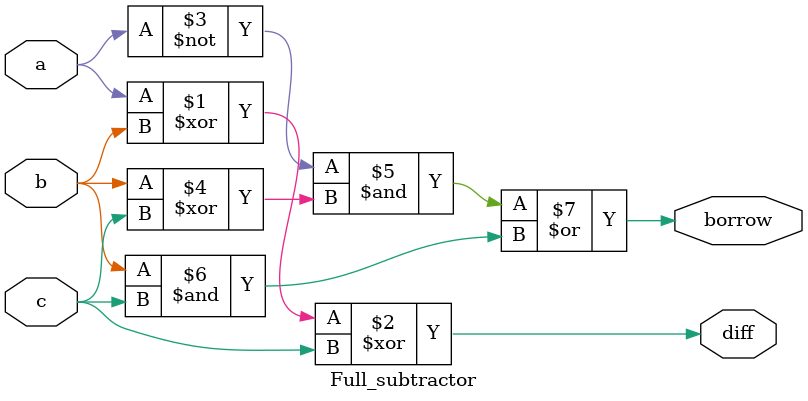
<source format=v>
`timescale 1ns / 1ps
module Full_subtractor(a,b,c,diff,borrow);
input a,b,c;
output diff,borrow;
assign diff=a^b^c;
assign borrow=(~a&(b^c))|(b&c);
endmodule

</source>
